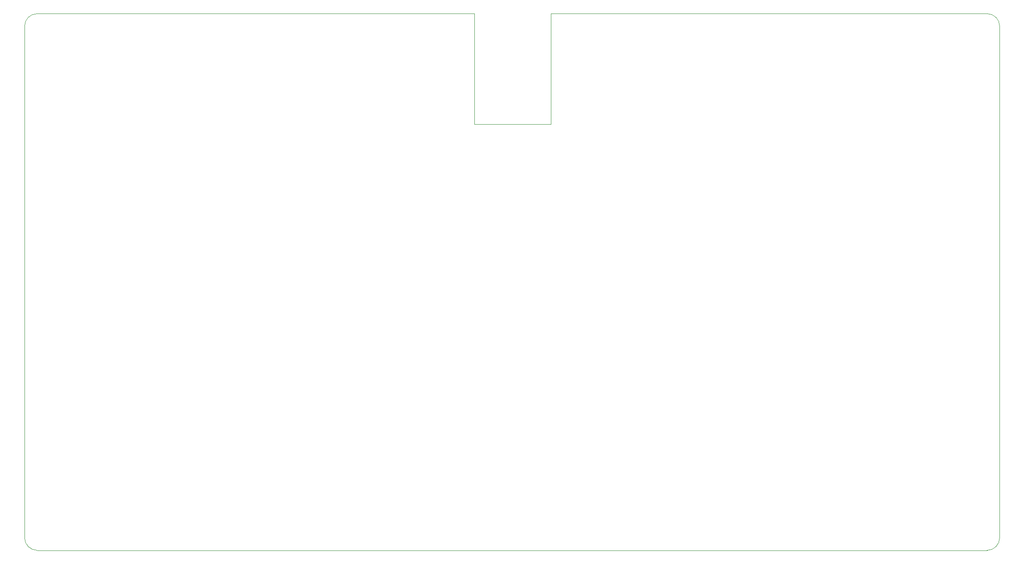
<source format=gm1>
G04 #@! TF.GenerationSoftware,KiCad,Pcbnew,9.0.2-rc1*
G04 #@! TF.CreationDate,2025-07-21T22:58:39+09:00*
G04 #@! TF.ProjectId,MAXCON-zero,4d415843-4f4e-42d7-9a65-726f2e6b6963,rev?*
G04 #@! TF.SameCoordinates,Original*
G04 #@! TF.FileFunction,Profile,NP*
%FSLAX46Y46*%
G04 Gerber Fmt 4.6, Leading zero omitted, Abs format (unit mm)*
G04 Created by KiCad (PCBNEW 9.0.2-rc1) date 2025-07-21 22:58:39*
%MOMM*%
%LPD*%
G01*
G04 APERTURE LIST*
G04 #@! TA.AperFunction,Profile*
%ADD10C,0.100000*%
G04 #@! TD*
G04 APERTURE END LIST*
D10*
X39173529Y-34340997D02*
X126723529Y-34348596D01*
X36673529Y-36840997D02*
X36673529Y-139390997D01*
X231923529Y-139391000D02*
G75*
G02*
X229423529Y-141891029I-2500029J0D01*
G01*
X142074525Y-34348596D02*
X142074525Y-56490997D01*
X229423529Y-141890997D02*
X39173529Y-141890997D01*
X36673497Y-36841000D02*
G75*
G02*
X39173529Y-34340997I2500003J0D01*
G01*
X126723529Y-34348596D02*
X126723529Y-56490997D01*
X229423529Y-34340997D02*
X142074525Y-34348596D01*
X231923529Y-139390997D02*
X231923529Y-36840997D01*
X229423529Y-34340997D02*
G75*
G02*
X231923503Y-36840997I-29J-2500003D01*
G01*
X39173529Y-141890997D02*
G75*
G02*
X36673503Y-139390997I-29J2499997D01*
G01*
X126723529Y-56490997D02*
X142074525Y-56490997D01*
M02*

</source>
